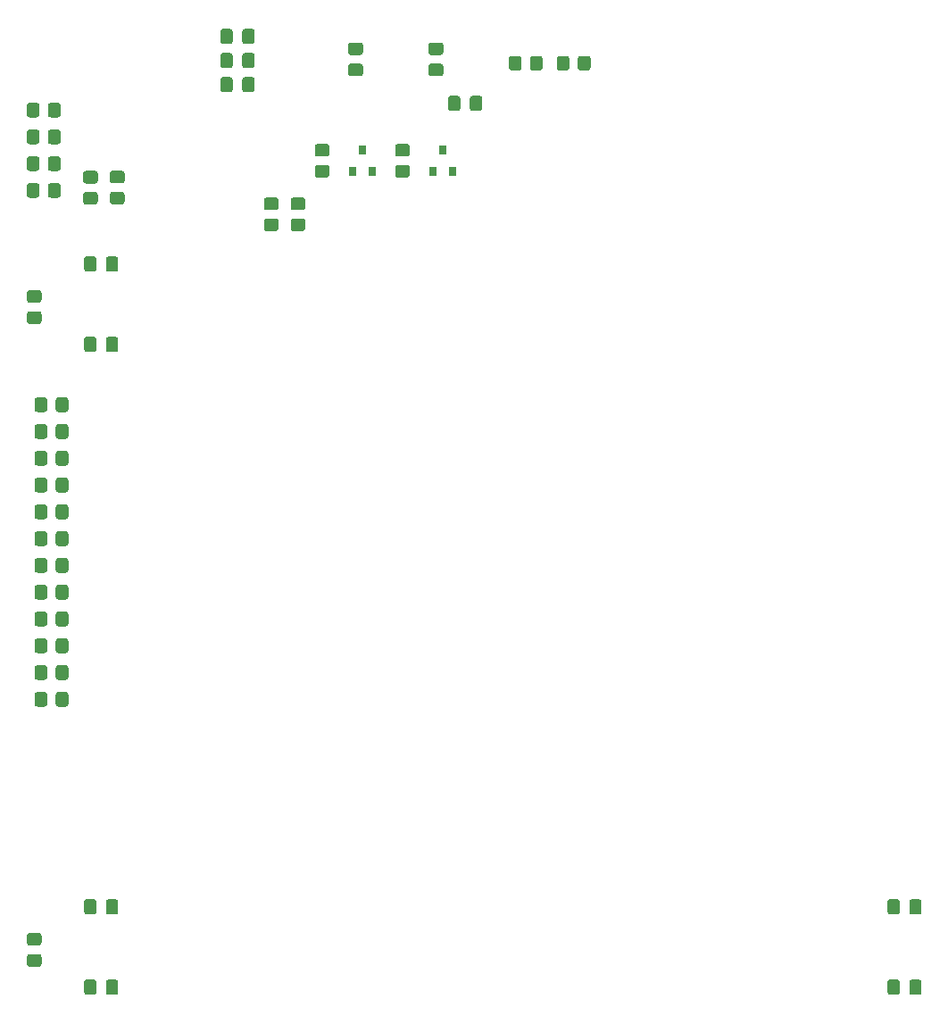
<source format=gbp>
G04 #@! TF.GenerationSoftware,KiCad,Pcbnew,5.1.10-88a1d61d58~90~ubuntu20.04.1*
G04 #@! TF.CreationDate,2021-11-05T20:40:26+01:00*
G04 #@! TF.ProjectId,FPGC4IOboard,46504743-3449-44f6-926f-6172642e6b69,rev?*
G04 #@! TF.SameCoordinates,Original*
G04 #@! TF.FileFunction,Paste,Bot*
G04 #@! TF.FilePolarity,Positive*
%FSLAX46Y46*%
G04 Gerber Fmt 4.6, Leading zero omitted, Abs format (unit mm)*
G04 Created by KiCad (PCBNEW 5.1.10-88a1d61d58~90~ubuntu20.04.1) date 2021-11-05 20:40:26*
%MOMM*%
%LPD*%
G01*
G04 APERTURE LIST*
%ADD10R,0.800000X0.900000*%
G04 APERTURE END LIST*
G36*
G01*
X123067500Y-43655000D02*
X123067500Y-42705000D01*
G75*
G02*
X123317500Y-42455000I250000J0D01*
G01*
X123992500Y-42455000D01*
G75*
G02*
X124242500Y-42705000I0J-250000D01*
G01*
X124242500Y-43655000D01*
G75*
G02*
X123992500Y-43905000I-250000J0D01*
G01*
X123317500Y-43905000D01*
G75*
G02*
X123067500Y-43655000I0J250000D01*
G01*
G37*
G36*
G01*
X125142500Y-43655000D02*
X125142500Y-42705000D01*
G75*
G02*
X125392500Y-42455000I250000J0D01*
G01*
X126067500Y-42455000D01*
G75*
G02*
X126317500Y-42705000I0J-250000D01*
G01*
X126317500Y-43655000D01*
G75*
G02*
X126067500Y-43905000I-250000J0D01*
G01*
X125392500Y-43905000D01*
G75*
G02*
X125142500Y-43655000I0J250000D01*
G01*
G37*
G36*
G01*
X103552500Y-41877000D02*
X103552500Y-40927000D01*
G75*
G02*
X103802500Y-40677000I250000J0D01*
G01*
X104477500Y-40677000D01*
G75*
G02*
X104727500Y-40927000I0J-250000D01*
G01*
X104727500Y-41877000D01*
G75*
G02*
X104477500Y-42127000I-250000J0D01*
G01*
X103802500Y-42127000D01*
G75*
G02*
X103552500Y-41877000I0J250000D01*
G01*
G37*
G36*
G01*
X101477500Y-41877000D02*
X101477500Y-40927000D01*
G75*
G02*
X101727500Y-40677000I250000J0D01*
G01*
X102402500Y-40677000D01*
G75*
G02*
X102652500Y-40927000I0J-250000D01*
G01*
X102652500Y-41877000D01*
G75*
G02*
X102402500Y-42127000I-250000J0D01*
G01*
X101727500Y-42127000D01*
G75*
G02*
X101477500Y-41877000I0J250000D01*
G01*
G37*
G36*
G01*
X164745000Y-127475000D02*
X164745000Y-126525000D01*
G75*
G02*
X164995000Y-126275000I250000J0D01*
G01*
X165670000Y-126275000D01*
G75*
G02*
X165920000Y-126525000I0J-250000D01*
G01*
X165920000Y-127475000D01*
G75*
G02*
X165670000Y-127725000I-250000J0D01*
G01*
X164995000Y-127725000D01*
G75*
G02*
X164745000Y-127475000I0J250000D01*
G01*
G37*
G36*
G01*
X166820000Y-127475000D02*
X166820000Y-126525000D01*
G75*
G02*
X167070000Y-126275000I250000J0D01*
G01*
X167745000Y-126275000D01*
G75*
G02*
X167995000Y-126525000I0J-250000D01*
G01*
X167995000Y-127475000D01*
G75*
G02*
X167745000Y-127725000I-250000J0D01*
G01*
X167070000Y-127725000D01*
G75*
G02*
X166820000Y-127475000I0J250000D01*
G01*
G37*
D10*
X115885000Y-49625000D03*
X113985000Y-49625000D03*
X114935000Y-47625000D03*
X122555000Y-47625000D03*
X121605000Y-49625000D03*
X123505000Y-49625000D03*
G36*
G01*
X85855000Y-72205001D02*
X85855000Y-71304999D01*
G75*
G02*
X86104999Y-71055000I249999J0D01*
G01*
X86805001Y-71055000D01*
G75*
G02*
X87055000Y-71304999I0J-249999D01*
G01*
X87055000Y-72205001D01*
G75*
G02*
X86805001Y-72455000I-249999J0D01*
G01*
X86104999Y-72455000D01*
G75*
G02*
X85855000Y-72205001I0J249999D01*
G01*
G37*
G36*
G01*
X83855000Y-72205001D02*
X83855000Y-71304999D01*
G75*
G02*
X84104999Y-71055000I249999J0D01*
G01*
X84805001Y-71055000D01*
G75*
G02*
X85055000Y-71304999I0J-249999D01*
G01*
X85055000Y-72205001D01*
G75*
G02*
X84805001Y-72455000I-249999J0D01*
G01*
X84104999Y-72455000D01*
G75*
G02*
X83855000Y-72205001I0J249999D01*
G01*
G37*
G36*
G01*
X83855000Y-89985001D02*
X83855000Y-89084999D01*
G75*
G02*
X84104999Y-88835000I249999J0D01*
G01*
X84805001Y-88835000D01*
G75*
G02*
X85055000Y-89084999I0J-249999D01*
G01*
X85055000Y-89985001D01*
G75*
G02*
X84805001Y-90235000I-249999J0D01*
G01*
X84104999Y-90235000D01*
G75*
G02*
X83855000Y-89985001I0J249999D01*
G01*
G37*
G36*
G01*
X85855000Y-89985001D02*
X85855000Y-89084999D01*
G75*
G02*
X86104999Y-88835000I249999J0D01*
G01*
X86805001Y-88835000D01*
G75*
G02*
X87055000Y-89084999I0J-249999D01*
G01*
X87055000Y-89985001D01*
G75*
G02*
X86805001Y-90235000I-249999J0D01*
G01*
X86104999Y-90235000D01*
G75*
G02*
X85855000Y-89985001I0J249999D01*
G01*
G37*
G36*
G01*
X113849999Y-37405000D02*
X114750001Y-37405000D01*
G75*
G02*
X115000000Y-37654999I0J-249999D01*
G01*
X115000000Y-38355001D01*
G75*
G02*
X114750001Y-38605000I-249999J0D01*
G01*
X113849999Y-38605000D01*
G75*
G02*
X113600000Y-38355001I0J249999D01*
G01*
X113600000Y-37654999D01*
G75*
G02*
X113849999Y-37405000I249999J0D01*
G01*
G37*
G36*
G01*
X113849999Y-39405000D02*
X114750001Y-39405000D01*
G75*
G02*
X115000000Y-39654999I0J-249999D01*
G01*
X115000000Y-40355001D01*
G75*
G02*
X114750001Y-40605000I-249999J0D01*
G01*
X113849999Y-40605000D01*
G75*
G02*
X113600000Y-40355001I0J249999D01*
G01*
X113600000Y-39654999D01*
G75*
G02*
X113849999Y-39405000I249999J0D01*
G01*
G37*
G36*
G01*
X121469999Y-39405000D02*
X122370001Y-39405000D01*
G75*
G02*
X122620000Y-39654999I0J-249999D01*
G01*
X122620000Y-40355001D01*
G75*
G02*
X122370001Y-40605000I-249999J0D01*
G01*
X121469999Y-40605000D01*
G75*
G02*
X121220000Y-40355001I0J249999D01*
G01*
X121220000Y-39654999D01*
G75*
G02*
X121469999Y-39405000I249999J0D01*
G01*
G37*
G36*
G01*
X121469999Y-37405000D02*
X122370001Y-37405000D01*
G75*
G02*
X122620000Y-37654999I0J-249999D01*
G01*
X122620000Y-38355001D01*
G75*
G02*
X122370001Y-38605000I-249999J0D01*
G01*
X121469999Y-38605000D01*
G75*
G02*
X121220000Y-38355001I0J249999D01*
G01*
X121220000Y-37654999D01*
G75*
G02*
X121469999Y-37405000I249999J0D01*
G01*
G37*
G36*
G01*
X84325000Y-50984999D02*
X84325000Y-51885001D01*
G75*
G02*
X84075001Y-52135000I-249999J0D01*
G01*
X83374999Y-52135000D01*
G75*
G02*
X83125000Y-51885001I0J249999D01*
G01*
X83125000Y-50984999D01*
G75*
G02*
X83374999Y-50735000I249999J0D01*
G01*
X84075001Y-50735000D01*
G75*
G02*
X84325000Y-50984999I0J-249999D01*
G01*
G37*
G36*
G01*
X86325000Y-50984999D02*
X86325000Y-51885001D01*
G75*
G02*
X86075001Y-52135000I-249999J0D01*
G01*
X85374999Y-52135000D01*
G75*
G02*
X85125000Y-51885001I0J249999D01*
G01*
X85125000Y-50984999D01*
G75*
G02*
X85374999Y-50735000I249999J0D01*
G01*
X86075001Y-50735000D01*
G75*
G02*
X86325000Y-50984999I0J-249999D01*
G01*
G37*
G36*
G01*
X83369999Y-60900000D02*
X84270001Y-60900000D01*
G75*
G02*
X84520000Y-61149999I0J-249999D01*
G01*
X84520000Y-61850001D01*
G75*
G02*
X84270001Y-62100000I-249999J0D01*
G01*
X83369999Y-62100000D01*
G75*
G02*
X83120000Y-61850001I0J249999D01*
G01*
X83120000Y-61149999D01*
G75*
G02*
X83369999Y-60900000I249999J0D01*
G01*
G37*
G36*
G01*
X83369999Y-62900000D02*
X84270001Y-62900000D01*
G75*
G02*
X84520000Y-63149999I0J-249999D01*
G01*
X84520000Y-63850001D01*
G75*
G02*
X84270001Y-64100000I-249999J0D01*
G01*
X83369999Y-64100000D01*
G75*
G02*
X83120000Y-63850001I0J249999D01*
G01*
X83120000Y-63149999D01*
G75*
G02*
X83369999Y-62900000I249999J0D01*
G01*
G37*
G36*
G01*
X86325000Y-48444999D02*
X86325000Y-49345001D01*
G75*
G02*
X86075001Y-49595000I-249999J0D01*
G01*
X85374999Y-49595000D01*
G75*
G02*
X85125000Y-49345001I0J249999D01*
G01*
X85125000Y-48444999D01*
G75*
G02*
X85374999Y-48195000I249999J0D01*
G01*
X86075001Y-48195000D01*
G75*
G02*
X86325000Y-48444999I0J-249999D01*
G01*
G37*
G36*
G01*
X84325000Y-48444999D02*
X84325000Y-49345001D01*
G75*
G02*
X84075001Y-49595000I-249999J0D01*
G01*
X83374999Y-49595000D01*
G75*
G02*
X83125000Y-49345001I0J249999D01*
G01*
X83125000Y-48444999D01*
G75*
G02*
X83374999Y-48195000I249999J0D01*
G01*
X84075001Y-48195000D01*
G75*
G02*
X84325000Y-48444999I0J-249999D01*
G01*
G37*
G36*
G01*
X110674999Y-49025000D02*
X111575001Y-49025000D01*
G75*
G02*
X111825000Y-49274999I0J-249999D01*
G01*
X111825000Y-49975001D01*
G75*
G02*
X111575001Y-50225000I-249999J0D01*
G01*
X110674999Y-50225000D01*
G75*
G02*
X110425000Y-49975001I0J249999D01*
G01*
X110425000Y-49274999D01*
G75*
G02*
X110674999Y-49025000I249999J0D01*
G01*
G37*
G36*
G01*
X110674999Y-47025000D02*
X111575001Y-47025000D01*
G75*
G02*
X111825000Y-47274999I0J-249999D01*
G01*
X111825000Y-47975001D01*
G75*
G02*
X111575001Y-48225000I-249999J0D01*
G01*
X110674999Y-48225000D01*
G75*
G02*
X110425000Y-47975001I0J249999D01*
G01*
X110425000Y-47274999D01*
G75*
G02*
X110674999Y-47025000I249999J0D01*
G01*
G37*
G36*
G01*
X118294999Y-47025000D02*
X119195001Y-47025000D01*
G75*
G02*
X119445000Y-47274999I0J-249999D01*
G01*
X119445000Y-47975001D01*
G75*
G02*
X119195001Y-48225000I-249999J0D01*
G01*
X118294999Y-48225000D01*
G75*
G02*
X118045000Y-47975001I0J249999D01*
G01*
X118045000Y-47274999D01*
G75*
G02*
X118294999Y-47025000I249999J0D01*
G01*
G37*
G36*
G01*
X118294999Y-49025000D02*
X119195001Y-49025000D01*
G75*
G02*
X119445000Y-49274999I0J-249999D01*
G01*
X119445000Y-49975001D01*
G75*
G02*
X119195001Y-50225000I-249999J0D01*
G01*
X118294999Y-50225000D01*
G75*
G02*
X118045000Y-49975001I0J249999D01*
G01*
X118045000Y-49274999D01*
G75*
G02*
X118294999Y-49025000I249999J0D01*
G01*
G37*
G36*
G01*
X85855000Y-84905001D02*
X85855000Y-84004999D01*
G75*
G02*
X86104999Y-83755000I249999J0D01*
G01*
X86805001Y-83755000D01*
G75*
G02*
X87055000Y-84004999I0J-249999D01*
G01*
X87055000Y-84905001D01*
G75*
G02*
X86805001Y-85155000I-249999J0D01*
G01*
X86104999Y-85155000D01*
G75*
G02*
X85855000Y-84905001I0J249999D01*
G01*
G37*
G36*
G01*
X83855000Y-84905001D02*
X83855000Y-84004999D01*
G75*
G02*
X84104999Y-83755000I249999J0D01*
G01*
X84805001Y-83755000D01*
G75*
G02*
X85055000Y-84004999I0J-249999D01*
G01*
X85055000Y-84905001D01*
G75*
G02*
X84805001Y-85155000I-249999J0D01*
G01*
X84104999Y-85155000D01*
G75*
G02*
X83855000Y-84905001I0J249999D01*
G01*
G37*
G36*
G01*
X84325000Y-45904999D02*
X84325000Y-46805001D01*
G75*
G02*
X84075001Y-47055000I-249999J0D01*
G01*
X83374999Y-47055000D01*
G75*
G02*
X83125000Y-46805001I0J249999D01*
G01*
X83125000Y-45904999D01*
G75*
G02*
X83374999Y-45655000I249999J0D01*
G01*
X84075001Y-45655000D01*
G75*
G02*
X84325000Y-45904999I0J-249999D01*
G01*
G37*
G36*
G01*
X86325000Y-45904999D02*
X86325000Y-46805001D01*
G75*
G02*
X86075001Y-47055000I-249999J0D01*
G01*
X85374999Y-47055000D01*
G75*
G02*
X85125000Y-46805001I0J249999D01*
G01*
X85125000Y-45904999D01*
G75*
G02*
X85374999Y-45655000I249999J0D01*
G01*
X86075001Y-45655000D01*
G75*
G02*
X86325000Y-45904999I0J-249999D01*
G01*
G37*
G36*
G01*
X83855000Y-79825001D02*
X83855000Y-78924999D01*
G75*
G02*
X84104999Y-78675000I249999J0D01*
G01*
X84805001Y-78675000D01*
G75*
G02*
X85055000Y-78924999I0J-249999D01*
G01*
X85055000Y-79825001D01*
G75*
G02*
X84805001Y-80075000I-249999J0D01*
G01*
X84104999Y-80075000D01*
G75*
G02*
X83855000Y-79825001I0J249999D01*
G01*
G37*
G36*
G01*
X85855000Y-79825001D02*
X85855000Y-78924999D01*
G75*
G02*
X86104999Y-78675000I249999J0D01*
G01*
X86805001Y-78675000D01*
G75*
G02*
X87055000Y-78924999I0J-249999D01*
G01*
X87055000Y-79825001D01*
G75*
G02*
X86805001Y-80075000I-249999J0D01*
G01*
X86104999Y-80075000D01*
G75*
G02*
X85855000Y-79825001I0J249999D01*
G01*
G37*
G36*
G01*
X86325000Y-43364999D02*
X86325000Y-44265001D01*
G75*
G02*
X86075001Y-44515000I-249999J0D01*
G01*
X85374999Y-44515000D01*
G75*
G02*
X85125000Y-44265001I0J249999D01*
G01*
X85125000Y-43364999D01*
G75*
G02*
X85374999Y-43115000I249999J0D01*
G01*
X86075001Y-43115000D01*
G75*
G02*
X86325000Y-43364999I0J-249999D01*
G01*
G37*
G36*
G01*
X84325000Y-43364999D02*
X84325000Y-44265001D01*
G75*
G02*
X84075001Y-44515000I-249999J0D01*
G01*
X83374999Y-44515000D01*
G75*
G02*
X83125000Y-44265001I0J249999D01*
G01*
X83125000Y-43364999D01*
G75*
G02*
X83374999Y-43115000I249999J0D01*
G01*
X84075001Y-43115000D01*
G75*
G02*
X84325000Y-43364999I0J-249999D01*
G01*
G37*
G36*
G01*
X83369999Y-121860000D02*
X84270001Y-121860000D01*
G75*
G02*
X84520000Y-122109999I0J-249999D01*
G01*
X84520000Y-122810001D01*
G75*
G02*
X84270001Y-123060000I-249999J0D01*
G01*
X83369999Y-123060000D01*
G75*
G02*
X83120000Y-122810001I0J249999D01*
G01*
X83120000Y-122109999D01*
G75*
G02*
X83369999Y-121860000I249999J0D01*
G01*
G37*
G36*
G01*
X83369999Y-123860000D02*
X84270001Y-123860000D01*
G75*
G02*
X84520000Y-124109999I0J-249999D01*
G01*
X84520000Y-124810001D01*
G75*
G02*
X84270001Y-125060000I-249999J0D01*
G01*
X83369999Y-125060000D01*
G75*
G02*
X83120000Y-124810001I0J249999D01*
G01*
X83120000Y-124109999D01*
G75*
G02*
X83369999Y-123860000I249999J0D01*
G01*
G37*
G36*
G01*
X92144001Y-52765000D02*
X91243999Y-52765000D01*
G75*
G02*
X90994000Y-52515001I0J249999D01*
G01*
X90994000Y-51814999D01*
G75*
G02*
X91243999Y-51565000I249999J0D01*
G01*
X92144001Y-51565000D01*
G75*
G02*
X92394000Y-51814999I0J-249999D01*
G01*
X92394000Y-52515001D01*
G75*
G02*
X92144001Y-52765000I-249999J0D01*
G01*
G37*
G36*
G01*
X92144001Y-50765000D02*
X91243999Y-50765000D01*
G75*
G02*
X90994000Y-50515001I0J249999D01*
G01*
X90994000Y-49814999D01*
G75*
G02*
X91243999Y-49565000I249999J0D01*
G01*
X92144001Y-49565000D01*
G75*
G02*
X92394000Y-49814999I0J-249999D01*
G01*
X92394000Y-50515001D01*
G75*
G02*
X92144001Y-50765000I-249999J0D01*
G01*
G37*
G36*
G01*
X85855000Y-82365001D02*
X85855000Y-81464999D01*
G75*
G02*
X86104999Y-81215000I249999J0D01*
G01*
X86805001Y-81215000D01*
G75*
G02*
X87055000Y-81464999I0J-249999D01*
G01*
X87055000Y-82365001D01*
G75*
G02*
X86805001Y-82615000I-249999J0D01*
G01*
X86104999Y-82615000D01*
G75*
G02*
X85855000Y-82365001I0J249999D01*
G01*
G37*
G36*
G01*
X83855000Y-82365001D02*
X83855000Y-81464999D01*
G75*
G02*
X84104999Y-81215000I249999J0D01*
G01*
X84805001Y-81215000D01*
G75*
G02*
X85055000Y-81464999I0J-249999D01*
G01*
X85055000Y-82365001D01*
G75*
G02*
X84805001Y-82615000I-249999J0D01*
G01*
X84104999Y-82615000D01*
G75*
G02*
X83855000Y-82365001I0J249999D01*
G01*
G37*
G36*
G01*
X89604001Y-50781000D02*
X88703999Y-50781000D01*
G75*
G02*
X88454000Y-50531001I0J249999D01*
G01*
X88454000Y-49830999D01*
G75*
G02*
X88703999Y-49581000I249999J0D01*
G01*
X89604001Y-49581000D01*
G75*
G02*
X89854000Y-49830999I0J-249999D01*
G01*
X89854000Y-50531001D01*
G75*
G02*
X89604001Y-50781000I-249999J0D01*
G01*
G37*
G36*
G01*
X89604001Y-52781000D02*
X88703999Y-52781000D01*
G75*
G02*
X88454000Y-52531001I0J249999D01*
G01*
X88454000Y-51830999D01*
G75*
G02*
X88703999Y-51581000I249999J0D01*
G01*
X89604001Y-51581000D01*
G75*
G02*
X89854000Y-51830999I0J-249999D01*
G01*
X89854000Y-52531001D01*
G75*
G02*
X89604001Y-52781000I-249999J0D01*
G01*
G37*
G36*
G01*
X106749001Y-55305000D02*
X105848999Y-55305000D01*
G75*
G02*
X105599000Y-55055001I0J249999D01*
G01*
X105599000Y-54354999D01*
G75*
G02*
X105848999Y-54105000I249999J0D01*
G01*
X106749001Y-54105000D01*
G75*
G02*
X106999000Y-54354999I0J-249999D01*
G01*
X106999000Y-55055001D01*
G75*
G02*
X106749001Y-55305000I-249999J0D01*
G01*
G37*
G36*
G01*
X106749001Y-53305000D02*
X105848999Y-53305000D01*
G75*
G02*
X105599000Y-53055001I0J249999D01*
G01*
X105599000Y-52354999D01*
G75*
G02*
X105848999Y-52105000I249999J0D01*
G01*
X106749001Y-52105000D01*
G75*
G02*
X106999000Y-52354999I0J-249999D01*
G01*
X106999000Y-53055001D01*
G75*
G02*
X106749001Y-53305000I-249999J0D01*
G01*
G37*
G36*
G01*
X109289001Y-55305000D02*
X108388999Y-55305000D01*
G75*
G02*
X108139000Y-55055001I0J249999D01*
G01*
X108139000Y-54354999D01*
G75*
G02*
X108388999Y-54105000I249999J0D01*
G01*
X109289001Y-54105000D01*
G75*
G02*
X109539000Y-54354999I0J-249999D01*
G01*
X109539000Y-55055001D01*
G75*
G02*
X109289001Y-55305000I-249999J0D01*
G01*
G37*
G36*
G01*
X109289001Y-53305000D02*
X108388999Y-53305000D01*
G75*
G02*
X108139000Y-53055001I0J249999D01*
G01*
X108139000Y-52354999D01*
G75*
G02*
X108388999Y-52105000I249999J0D01*
G01*
X109289001Y-52105000D01*
G75*
G02*
X109539000Y-52354999I0J-249999D01*
G01*
X109539000Y-53055001D01*
G75*
G02*
X109289001Y-53305000I-249999J0D01*
G01*
G37*
G36*
G01*
X83855000Y-100145001D02*
X83855000Y-99244999D01*
G75*
G02*
X84104999Y-98995000I249999J0D01*
G01*
X84805001Y-98995000D01*
G75*
G02*
X85055000Y-99244999I0J-249999D01*
G01*
X85055000Y-100145001D01*
G75*
G02*
X84805001Y-100395000I-249999J0D01*
G01*
X84104999Y-100395000D01*
G75*
G02*
X83855000Y-100145001I0J249999D01*
G01*
G37*
G36*
G01*
X85855000Y-100145001D02*
X85855000Y-99244999D01*
G75*
G02*
X86104999Y-98995000I249999J0D01*
G01*
X86805001Y-98995000D01*
G75*
G02*
X87055000Y-99244999I0J-249999D01*
G01*
X87055000Y-100145001D01*
G75*
G02*
X86805001Y-100395000I-249999J0D01*
G01*
X86104999Y-100395000D01*
G75*
G02*
X85855000Y-100145001I0J249999D01*
G01*
G37*
G36*
G01*
X85855000Y-92525001D02*
X85855000Y-91624999D01*
G75*
G02*
X86104999Y-91375000I249999J0D01*
G01*
X86805001Y-91375000D01*
G75*
G02*
X87055000Y-91624999I0J-249999D01*
G01*
X87055000Y-92525001D01*
G75*
G02*
X86805001Y-92775000I-249999J0D01*
G01*
X86104999Y-92775000D01*
G75*
G02*
X85855000Y-92525001I0J249999D01*
G01*
G37*
G36*
G01*
X83855000Y-92525001D02*
X83855000Y-91624999D01*
G75*
G02*
X84104999Y-91375000I249999J0D01*
G01*
X84805001Y-91375000D01*
G75*
G02*
X85055000Y-91624999I0J-249999D01*
G01*
X85055000Y-92525001D01*
G75*
G02*
X84805001Y-92775000I-249999J0D01*
G01*
X84104999Y-92775000D01*
G75*
G02*
X83855000Y-92525001I0J249999D01*
G01*
G37*
G36*
G01*
X132045000Y-38919999D02*
X132045000Y-39820001D01*
G75*
G02*
X131795001Y-40070000I-249999J0D01*
G01*
X131094999Y-40070000D01*
G75*
G02*
X130845000Y-39820001I0J249999D01*
G01*
X130845000Y-38919999D01*
G75*
G02*
X131094999Y-38670000I249999J0D01*
G01*
X131795001Y-38670000D01*
G75*
G02*
X132045000Y-38919999I0J-249999D01*
G01*
G37*
G36*
G01*
X130045000Y-38919999D02*
X130045000Y-39820001D01*
G75*
G02*
X129795001Y-40070000I-249999J0D01*
G01*
X129094999Y-40070000D01*
G75*
G02*
X128845000Y-39820001I0J249999D01*
G01*
X128845000Y-38919999D01*
G75*
G02*
X129094999Y-38670000I249999J0D01*
G01*
X129795001Y-38670000D01*
G75*
G02*
X130045000Y-38919999I0J-249999D01*
G01*
G37*
G36*
G01*
X135385000Y-39820001D02*
X135385000Y-38919999D01*
G75*
G02*
X135634999Y-38670000I249999J0D01*
G01*
X136335001Y-38670000D01*
G75*
G02*
X136585000Y-38919999I0J-249999D01*
G01*
X136585000Y-39820001D01*
G75*
G02*
X136335001Y-40070000I-249999J0D01*
G01*
X135634999Y-40070000D01*
G75*
G02*
X135385000Y-39820001I0J249999D01*
G01*
G37*
G36*
G01*
X133385000Y-39820001D02*
X133385000Y-38919999D01*
G75*
G02*
X133634999Y-38670000I249999J0D01*
G01*
X134335001Y-38670000D01*
G75*
G02*
X134585000Y-38919999I0J-249999D01*
G01*
X134585000Y-39820001D01*
G75*
G02*
X134335001Y-40070000I-249999J0D01*
G01*
X133634999Y-40070000D01*
G75*
G02*
X133385000Y-39820001I0J249999D01*
G01*
G37*
G36*
G01*
X83855000Y-87445001D02*
X83855000Y-86544999D01*
G75*
G02*
X84104999Y-86295000I249999J0D01*
G01*
X84805001Y-86295000D01*
G75*
G02*
X85055000Y-86544999I0J-249999D01*
G01*
X85055000Y-87445001D01*
G75*
G02*
X84805001Y-87695000I-249999J0D01*
G01*
X84104999Y-87695000D01*
G75*
G02*
X83855000Y-87445001I0J249999D01*
G01*
G37*
G36*
G01*
X85855000Y-87445001D02*
X85855000Y-86544999D01*
G75*
G02*
X86104999Y-86295000I249999J0D01*
G01*
X86805001Y-86295000D01*
G75*
G02*
X87055000Y-86544999I0J-249999D01*
G01*
X87055000Y-87445001D01*
G75*
G02*
X86805001Y-87695000I-249999J0D01*
G01*
X86104999Y-87695000D01*
G75*
G02*
X85855000Y-87445001I0J249999D01*
G01*
G37*
G36*
G01*
X85855000Y-95065001D02*
X85855000Y-94164999D01*
G75*
G02*
X86104999Y-93915000I249999J0D01*
G01*
X86805001Y-93915000D01*
G75*
G02*
X87055000Y-94164999I0J-249999D01*
G01*
X87055000Y-95065001D01*
G75*
G02*
X86805001Y-95315000I-249999J0D01*
G01*
X86104999Y-95315000D01*
G75*
G02*
X85855000Y-95065001I0J249999D01*
G01*
G37*
G36*
G01*
X83855000Y-95065001D02*
X83855000Y-94164999D01*
G75*
G02*
X84104999Y-93915000I249999J0D01*
G01*
X84805001Y-93915000D01*
G75*
G02*
X85055000Y-94164999I0J-249999D01*
G01*
X85055000Y-95065001D01*
G75*
G02*
X84805001Y-95315000I-249999J0D01*
G01*
X84104999Y-95315000D01*
G75*
G02*
X83855000Y-95065001I0J249999D01*
G01*
G37*
G36*
G01*
X83855000Y-97605001D02*
X83855000Y-96704999D01*
G75*
G02*
X84104999Y-96455000I249999J0D01*
G01*
X84805001Y-96455000D01*
G75*
G02*
X85055000Y-96704999I0J-249999D01*
G01*
X85055000Y-97605001D01*
G75*
G02*
X84805001Y-97855000I-249999J0D01*
G01*
X84104999Y-97855000D01*
G75*
G02*
X83855000Y-97605001I0J249999D01*
G01*
G37*
G36*
G01*
X85855000Y-97605001D02*
X85855000Y-96704999D01*
G75*
G02*
X86104999Y-96455000I249999J0D01*
G01*
X86805001Y-96455000D01*
G75*
G02*
X87055000Y-96704999I0J-249999D01*
G01*
X87055000Y-97605001D01*
G75*
G02*
X86805001Y-97855000I-249999J0D01*
G01*
X86104999Y-97855000D01*
G75*
G02*
X85855000Y-97605001I0J249999D01*
G01*
G37*
G36*
G01*
X83855000Y-77285001D02*
X83855000Y-76384999D01*
G75*
G02*
X84104999Y-76135000I249999J0D01*
G01*
X84805001Y-76135000D01*
G75*
G02*
X85055000Y-76384999I0J-249999D01*
G01*
X85055000Y-77285001D01*
G75*
G02*
X84805001Y-77535000I-249999J0D01*
G01*
X84104999Y-77535000D01*
G75*
G02*
X83855000Y-77285001I0J249999D01*
G01*
G37*
G36*
G01*
X85855000Y-77285001D02*
X85855000Y-76384999D01*
G75*
G02*
X86104999Y-76135000I249999J0D01*
G01*
X86805001Y-76135000D01*
G75*
G02*
X87055000Y-76384999I0J-249999D01*
G01*
X87055000Y-77285001D01*
G75*
G02*
X86805001Y-77535000I-249999J0D01*
G01*
X86104999Y-77535000D01*
G75*
G02*
X85855000Y-77285001I0J249999D01*
G01*
G37*
G36*
G01*
X87055000Y-73844999D02*
X87055000Y-74745001D01*
G75*
G02*
X86805001Y-74995000I-249999J0D01*
G01*
X86104999Y-74995000D01*
G75*
G02*
X85855000Y-74745001I0J249999D01*
G01*
X85855000Y-73844999D01*
G75*
G02*
X86104999Y-73595000I249999J0D01*
G01*
X86805001Y-73595000D01*
G75*
G02*
X87055000Y-73844999I0J-249999D01*
G01*
G37*
G36*
G01*
X85055000Y-73844999D02*
X85055000Y-74745001D01*
G75*
G02*
X84805001Y-74995000I-249999J0D01*
G01*
X84104999Y-74995000D01*
G75*
G02*
X83855000Y-74745001I0J249999D01*
G01*
X83855000Y-73844999D01*
G75*
G02*
X84104999Y-73595000I249999J0D01*
G01*
X84805001Y-73595000D01*
G75*
G02*
X85055000Y-73844999I0J-249999D01*
G01*
G37*
G36*
G01*
X89720000Y-65565000D02*
X89720000Y-66515000D01*
G75*
G02*
X89470000Y-66765000I-250000J0D01*
G01*
X88795000Y-66765000D01*
G75*
G02*
X88545000Y-66515000I0J250000D01*
G01*
X88545000Y-65565000D01*
G75*
G02*
X88795000Y-65315000I250000J0D01*
G01*
X89470000Y-65315000D01*
G75*
G02*
X89720000Y-65565000I0J-250000D01*
G01*
G37*
G36*
G01*
X91795000Y-65565000D02*
X91795000Y-66515000D01*
G75*
G02*
X91545000Y-66765000I-250000J0D01*
G01*
X90870000Y-66765000D01*
G75*
G02*
X90620000Y-66515000I0J250000D01*
G01*
X90620000Y-65565000D01*
G75*
G02*
X90870000Y-65315000I250000J0D01*
G01*
X91545000Y-65315000D01*
G75*
G02*
X91795000Y-65565000I0J-250000D01*
G01*
G37*
G36*
G01*
X88545000Y-127475000D02*
X88545000Y-126525000D01*
G75*
G02*
X88795000Y-126275000I250000J0D01*
G01*
X89470000Y-126275000D01*
G75*
G02*
X89720000Y-126525000I0J-250000D01*
G01*
X89720000Y-127475000D01*
G75*
G02*
X89470000Y-127725000I-250000J0D01*
G01*
X88795000Y-127725000D01*
G75*
G02*
X88545000Y-127475000I0J250000D01*
G01*
G37*
G36*
G01*
X90620000Y-127475000D02*
X90620000Y-126525000D01*
G75*
G02*
X90870000Y-126275000I250000J0D01*
G01*
X91545000Y-126275000D01*
G75*
G02*
X91795000Y-126525000I0J-250000D01*
G01*
X91795000Y-127475000D01*
G75*
G02*
X91545000Y-127725000I-250000J0D01*
G01*
X90870000Y-127725000D01*
G75*
G02*
X90620000Y-127475000I0J250000D01*
G01*
G37*
G36*
G01*
X88545000Y-58895000D02*
X88545000Y-57945000D01*
G75*
G02*
X88795000Y-57695000I250000J0D01*
G01*
X89470000Y-57695000D01*
G75*
G02*
X89720000Y-57945000I0J-250000D01*
G01*
X89720000Y-58895000D01*
G75*
G02*
X89470000Y-59145000I-250000J0D01*
G01*
X88795000Y-59145000D01*
G75*
G02*
X88545000Y-58895000I0J250000D01*
G01*
G37*
G36*
G01*
X90620000Y-58895000D02*
X90620000Y-57945000D01*
G75*
G02*
X90870000Y-57695000I250000J0D01*
G01*
X91545000Y-57695000D01*
G75*
G02*
X91795000Y-57945000I0J-250000D01*
G01*
X91795000Y-58895000D01*
G75*
G02*
X91545000Y-59145000I-250000J0D01*
G01*
X90870000Y-59145000D01*
G75*
G02*
X90620000Y-58895000I0J250000D01*
G01*
G37*
G36*
G01*
X89720000Y-118905000D02*
X89720000Y-119855000D01*
G75*
G02*
X89470000Y-120105000I-250000J0D01*
G01*
X88795000Y-120105000D01*
G75*
G02*
X88545000Y-119855000I0J250000D01*
G01*
X88545000Y-118905000D01*
G75*
G02*
X88795000Y-118655000I250000J0D01*
G01*
X89470000Y-118655000D01*
G75*
G02*
X89720000Y-118905000I0J-250000D01*
G01*
G37*
G36*
G01*
X91795000Y-118905000D02*
X91795000Y-119855000D01*
G75*
G02*
X91545000Y-120105000I-250000J0D01*
G01*
X90870000Y-120105000D01*
G75*
G02*
X90620000Y-119855000I0J250000D01*
G01*
X90620000Y-118905000D01*
G75*
G02*
X90870000Y-118655000I250000J0D01*
G01*
X91545000Y-118655000D01*
G75*
G02*
X91795000Y-118905000I0J-250000D01*
G01*
G37*
G36*
G01*
X164745000Y-119855000D02*
X164745000Y-118905000D01*
G75*
G02*
X164995000Y-118655000I250000J0D01*
G01*
X165670000Y-118655000D01*
G75*
G02*
X165920000Y-118905000I0J-250000D01*
G01*
X165920000Y-119855000D01*
G75*
G02*
X165670000Y-120105000I-250000J0D01*
G01*
X164995000Y-120105000D01*
G75*
G02*
X164745000Y-119855000I0J250000D01*
G01*
G37*
G36*
G01*
X166820000Y-119855000D02*
X166820000Y-118905000D01*
G75*
G02*
X167070000Y-118655000I250000J0D01*
G01*
X167745000Y-118655000D01*
G75*
G02*
X167995000Y-118905000I0J-250000D01*
G01*
X167995000Y-119855000D01*
G75*
G02*
X167745000Y-120105000I-250000J0D01*
G01*
X167070000Y-120105000D01*
G75*
G02*
X166820000Y-119855000I0J250000D01*
G01*
G37*
G36*
G01*
X104727500Y-38641000D02*
X104727500Y-39591000D01*
G75*
G02*
X104477500Y-39841000I-250000J0D01*
G01*
X103802500Y-39841000D01*
G75*
G02*
X103552500Y-39591000I0J250000D01*
G01*
X103552500Y-38641000D01*
G75*
G02*
X103802500Y-38391000I250000J0D01*
G01*
X104477500Y-38391000D01*
G75*
G02*
X104727500Y-38641000I0J-250000D01*
G01*
G37*
G36*
G01*
X102652500Y-38641000D02*
X102652500Y-39591000D01*
G75*
G02*
X102402500Y-39841000I-250000J0D01*
G01*
X101727500Y-39841000D01*
G75*
G02*
X101477500Y-39591000I0J250000D01*
G01*
X101477500Y-38641000D01*
G75*
G02*
X101727500Y-38391000I250000J0D01*
G01*
X102402500Y-38391000D01*
G75*
G02*
X102652500Y-38641000I0J-250000D01*
G01*
G37*
G36*
G01*
X102652500Y-36355000D02*
X102652500Y-37305000D01*
G75*
G02*
X102402500Y-37555000I-250000J0D01*
G01*
X101727500Y-37555000D01*
G75*
G02*
X101477500Y-37305000I0J250000D01*
G01*
X101477500Y-36355000D01*
G75*
G02*
X101727500Y-36105000I250000J0D01*
G01*
X102402500Y-36105000D01*
G75*
G02*
X102652500Y-36355000I0J-250000D01*
G01*
G37*
G36*
G01*
X104727500Y-36355000D02*
X104727500Y-37305000D01*
G75*
G02*
X104477500Y-37555000I-250000J0D01*
G01*
X103802500Y-37555000D01*
G75*
G02*
X103552500Y-37305000I0J250000D01*
G01*
X103552500Y-36355000D01*
G75*
G02*
X103802500Y-36105000I250000J0D01*
G01*
X104477500Y-36105000D01*
G75*
G02*
X104727500Y-36355000I0J-250000D01*
G01*
G37*
M02*

</source>
